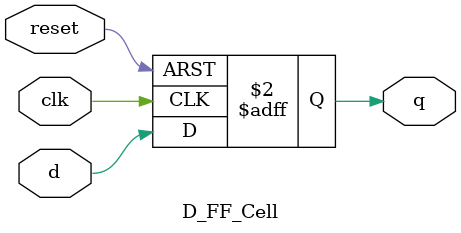
<source format=sv>
module D_FF_Cell(
    input logic clk,
    input logic reset,
    input logic d,
    output logic q
);
    // Implementación del flip-flop D con reset asíncrono
    always @(posedge clk or posedge reset) begin
        if (reset)
            q <= 1'b0;
        else
            q <= d;
    end
endmodule

</source>
